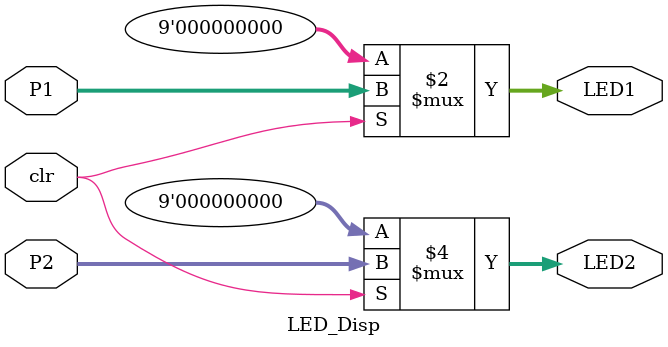
<source format=v>
module LED_Disp (P1, P2, clr, LED1, LED2);
input [0:8] P1, P2;
input clr;
output [0:8] LED1, LED2;

/* LED Position:
[0] [1] [2]
[3] [4] [5]
[6] [7] [8]*/

assign LED1 = (clr == 0) ? 9'b0 : P1;
assign LED2 = (clr == 0) ? 9'b0 : P2;

endmodule

</source>
